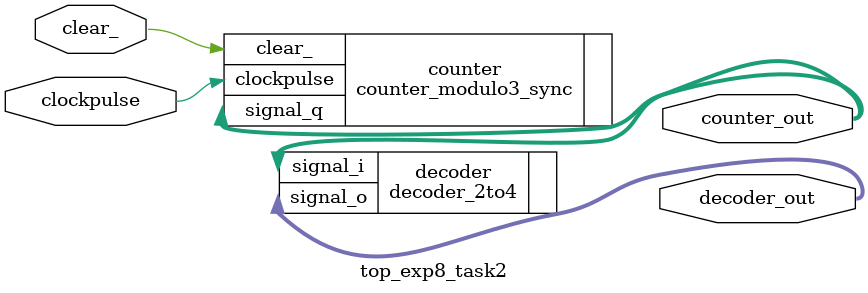
<source format=v>
module top_exp8_task2(
    input clockpulse,
    input clear_,
    output wire [1:0] counter_out,
    output wire [2:0] decoder_out
);

counter_modulo3_sync counter(
    .clockpulse(clockpulse),
    .clear_(clear_),
    .signal_q(counter_out)
);

decoder_2to4 decoder(
    .signal_i(counter_out),
    .signal_o(decoder_out)
);

endmodule

</source>
